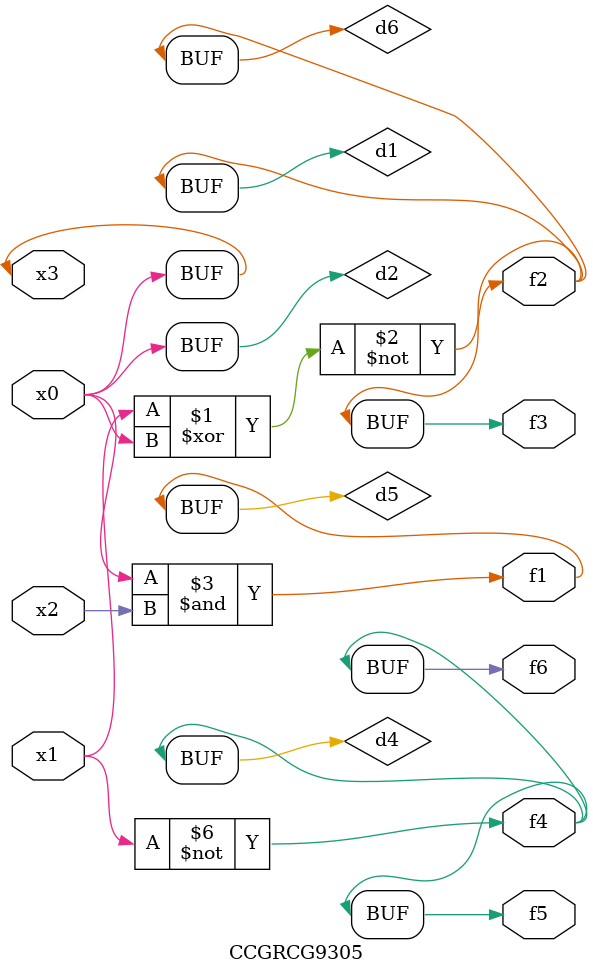
<source format=v>
module CCGRCG9305(
	input x0, x1, x2, x3,
	output f1, f2, f3, f4, f5, f6
);

	wire d1, d2, d3, d4, d5, d6;

	xnor (d1, x1, x3);
	buf (d2, x0, x3);
	nand (d3, x0, x2);
	not (d4, x1);
	nand (d5, d3);
	or (d6, d1);
	assign f1 = d5;
	assign f2 = d6;
	assign f3 = d6;
	assign f4 = d4;
	assign f5 = d4;
	assign f6 = d4;
endmodule

</source>
